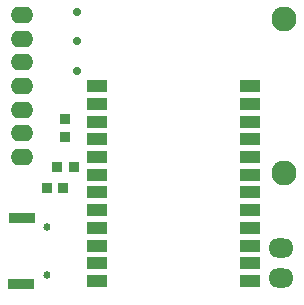
<source format=gts>
G04*
G04 #@! TF.GenerationSoftware,Altium Limited,Altium Designer,18.1.9 (240)*
G04*
G04 Layer_Color=8388736*
%FSLAX24Y24*%
%MOIN*%
G70*
G01*
G75*
%ADD19R,0.0350X0.0350*%
%ADD20R,0.0350X0.0350*%
%ADD21R,0.0680X0.0444*%
%ADD22C,0.0247*%
G04:AMPARAMS|DCode=23|XSize=89.6mil|YSize=36.5mil|CornerRadius=10.4mil|HoleSize=0mil|Usage=FLASHONLY|Rotation=0.000|XOffset=0mil|YOffset=0mil|HoleType=Round|Shape=RoundedRectangle|*
%AMROUNDEDRECTD23*
21,1,0.0896,0.0157,0,0,0.0*
21,1,0.0689,0.0365,0,0,0.0*
1,1,0.0207,0.0344,-0.0079*
1,1,0.0207,-0.0344,-0.0079*
1,1,0.0207,-0.0344,0.0079*
1,1,0.0207,0.0344,0.0079*
%
%ADD23ROUNDEDRECTD23*%
%ADD24C,0.0837*%
%ADD25C,0.0286*%
%ADD26O,0.0837X0.0641*%
%ADD27O,0.0759X0.0562*%
D19*
X1425Y3650D02*
D03*
X1975D02*
D03*
X1775Y4350D02*
D03*
X2325D02*
D03*
D20*
X2050Y5950D02*
D03*
Y5350D02*
D03*
D21*
X3091Y552D02*
D03*
Y4686D02*
D03*
Y5276D02*
D03*
Y5867D02*
D03*
Y6457D02*
D03*
Y7048D02*
D03*
Y2324D02*
D03*
Y1733D02*
D03*
Y4095D02*
D03*
Y3505D02*
D03*
Y2914D02*
D03*
X8209Y552D02*
D03*
Y1143D02*
D03*
Y1733D02*
D03*
Y2324D02*
D03*
Y2914D02*
D03*
Y3505D02*
D03*
Y4095D02*
D03*
Y4686D02*
D03*
Y5276D02*
D03*
Y5867D02*
D03*
Y6457D02*
D03*
Y7048D02*
D03*
X3091Y1143D02*
D03*
D22*
X1450Y2337D02*
D03*
Y763D02*
D03*
D23*
X564Y448D02*
D03*
X604Y2652D02*
D03*
D24*
X9350Y4150D02*
D03*
Y9268D02*
D03*
D25*
X2450Y7550D02*
D03*
Y8534D02*
D03*
Y9518D02*
D03*
D26*
X9250Y650D02*
D03*
Y1650D02*
D03*
D27*
X600Y4688D02*
D03*
D03*
Y5475D02*
D03*
Y6263D02*
D03*
Y7050D02*
D03*
Y7837D02*
D03*
Y8625D02*
D03*
Y9412D02*
D03*
M02*

</source>
